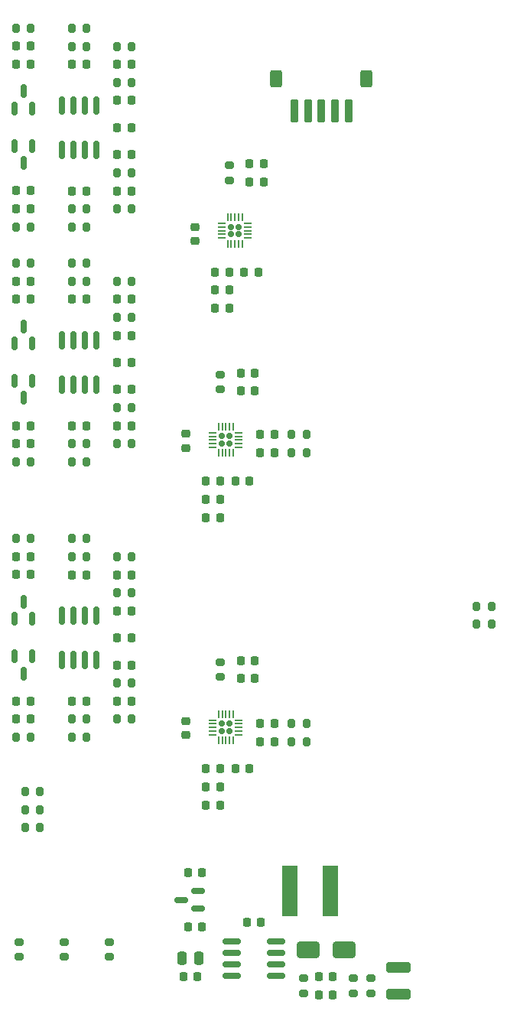
<source format=gbr>
%TF.GenerationSoftware,KiCad,Pcbnew,7.0.2*%
%TF.CreationDate,2025-02-14T16:13:01+00:00*%
%TF.ProjectId,body,626f6479-2e6b-4696-9361-645f70636258,rev?*%
%TF.SameCoordinates,Original*%
%TF.FileFunction,Paste,Top*%
%TF.FilePolarity,Positive*%
%FSLAX46Y46*%
G04 Gerber Fmt 4.6, Leading zero omitted, Abs format (unit mm)*
G04 Created by KiCad (PCBNEW 7.0.2) date 2025-02-14 16:13:01*
%MOMM*%
%LPD*%
G01*
G04 APERTURE LIST*
G04 Aperture macros list*
%AMRoundRect*
0 Rectangle with rounded corners*
0 $1 Rounding radius*
0 $2 $3 $4 $5 $6 $7 $8 $9 X,Y pos of 4 corners*
0 Add a 4 corners polygon primitive as box body*
4,1,4,$2,$3,$4,$5,$6,$7,$8,$9,$2,$3,0*
0 Add four circle primitives for the rounded corners*
1,1,$1+$1,$2,$3*
1,1,$1+$1,$4,$5*
1,1,$1+$1,$6,$7*
1,1,$1+$1,$8,$9*
0 Add four rect primitives between the rounded corners*
20,1,$1+$1,$2,$3,$4,$5,0*
20,1,$1+$1,$4,$5,$6,$7,0*
20,1,$1+$1,$6,$7,$8,$9,0*
20,1,$1+$1,$8,$9,$2,$3,0*%
G04 Aperture macros list end*
%ADD10RoundRect,0.200000X-0.200000X-0.275000X0.200000X-0.275000X0.200000X0.275000X-0.200000X0.275000X0*%
%ADD11RoundRect,0.225000X-0.225000X-0.250000X0.225000X-0.250000X0.225000X0.250000X-0.225000X0.250000X0*%
%ADD12RoundRect,0.200000X0.275000X-0.200000X0.275000X0.200000X-0.275000X0.200000X-0.275000X-0.200000X0*%
%ADD13RoundRect,0.225000X0.225000X0.250000X-0.225000X0.250000X-0.225000X-0.250000X0.225000X-0.250000X0*%
%ADD14RoundRect,0.250000X0.250000X0.475000X-0.250000X0.475000X-0.250000X-0.475000X0.250000X-0.475000X0*%
%ADD15RoundRect,0.218750X0.218750X0.256250X-0.218750X0.256250X-0.218750X-0.256250X0.218750X-0.256250X0*%
%ADD16RoundRect,0.200000X0.200000X0.275000X-0.200000X0.275000X-0.200000X-0.275000X0.200000X-0.275000X0*%
%ADD17RoundRect,0.225000X0.250000X-0.225000X0.250000X0.225000X-0.250000X0.225000X-0.250000X-0.225000X0*%
%ADD18RoundRect,0.250000X-1.100000X0.325000X-1.100000X-0.325000X1.100000X-0.325000X1.100000X0.325000X0*%
%ADD19RoundRect,0.167500X0.167500X-0.167500X0.167500X0.167500X-0.167500X0.167500X-0.167500X-0.167500X0*%
%ADD20RoundRect,0.050000X0.050000X-0.375000X0.050000X0.375000X-0.050000X0.375000X-0.050000X-0.375000X0*%
%ADD21RoundRect,0.050000X0.375000X-0.050000X0.375000X0.050000X-0.375000X0.050000X-0.375000X-0.050000X0*%
%ADD22RoundRect,0.150000X-0.150000X0.825000X-0.150000X-0.825000X0.150000X-0.825000X0.150000X0.825000X0*%
%ADD23RoundRect,0.200000X-0.275000X0.200000X-0.275000X-0.200000X0.275000X-0.200000X0.275000X0.200000X0*%
%ADD24RoundRect,0.150000X0.587500X0.150000X-0.587500X0.150000X-0.587500X-0.150000X0.587500X-0.150000X0*%
%ADD25RoundRect,0.150000X-0.150000X0.587500X-0.150000X-0.587500X0.150000X-0.587500X0.150000X0.587500X0*%
%ADD26RoundRect,0.150000X0.150000X-0.587500X0.150000X0.587500X-0.150000X0.587500X-0.150000X-0.587500X0*%
%ADD27RoundRect,0.150000X-0.825000X-0.150000X0.825000X-0.150000X0.825000X0.150000X-0.825000X0.150000X0*%
%ADD28RoundRect,0.250000X-1.000000X-0.650000X1.000000X-0.650000X1.000000X0.650000X-1.000000X0.650000X0*%
%ADD29R,1.700000X5.700000*%
%ADD30RoundRect,0.212500X0.212500X1.087500X-0.212500X1.087500X-0.212500X-1.087500X0.212500X-1.087500X0*%
%ADD31RoundRect,0.216667X0.433333X0.733333X-0.433333X0.733333X-0.433333X-0.733333X0.433333X-0.733333X0*%
G04 APERTURE END LIST*
D10*
%TO.C,R32*%
X113175000Y-83000000D03*
X114825000Y-83000000D03*
%TD*%
D11*
%TO.C,C6*%
X124400000Y-109509999D03*
X125950000Y-109509999D03*
%TD*%
D12*
%TO.C,R11*%
X118500000Y-137825000D03*
X118500000Y-136175000D03*
%TD*%
D13*
%TO.C,C53*%
X140000000Y-62000000D03*
X138450000Y-62000000D03*
%TD*%
D12*
%TO.C,R45*%
X136820000Y-51825000D03*
X136820000Y-50175000D03*
%TD*%
D14*
%TO.C,C56*%
X133450000Y-138000000D03*
X131550000Y-138000000D03*
%TD*%
D10*
%TO.C,R42*%
X113175000Y-57000000D03*
X114825000Y-57000000D03*
%TD*%
D13*
%TO.C,C51*%
X140595000Y-52000000D03*
X139045000Y-52000000D03*
%TD*%
D15*
%TO.C,FB3*%
X136787500Y-66000000D03*
X135212500Y-66000000D03*
%TD*%
D16*
%TO.C,R15*%
X121000000Y-93509999D03*
X119350000Y-93509999D03*
%TD*%
D11*
%TO.C,C13*%
X113225000Y-111500000D03*
X114775000Y-111500000D03*
%TD*%
D16*
%TO.C,R8*%
X115825000Y-121510000D03*
X114175000Y-121510000D03*
%TD*%
D11*
%TO.C,C34*%
X113225000Y-37000000D03*
X114775000Y-37000000D03*
%TD*%
%TO.C,C15*%
X113225000Y-109499999D03*
X114775000Y-109499999D03*
%TD*%
%TO.C,C3*%
X140225000Y-80000000D03*
X141775000Y-80000000D03*
%TD*%
%TO.C,C10*%
X119400000Y-109509999D03*
X120950000Y-109509999D03*
%TD*%
%TO.C,C30*%
X124400000Y-49009999D03*
X125950000Y-49009999D03*
%TD*%
D16*
%TO.C,R6*%
X145325000Y-112000000D03*
X143675000Y-112000000D03*
%TD*%
D10*
%TO.C,R38*%
X119350000Y-57009999D03*
X121000000Y-57009999D03*
%TD*%
D17*
%TO.C,C52*%
X133000000Y-58550000D03*
X133000000Y-57000000D03*
%TD*%
D11*
%TO.C,C33*%
X124400000Y-46009999D03*
X125950000Y-46009999D03*
%TD*%
D10*
%TO.C,R22*%
X113175000Y-113500000D03*
X114825000Y-113500000D03*
%TD*%
D13*
%TO.C,C57*%
X140275000Y-134000000D03*
X138725000Y-134000000D03*
%TD*%
%TO.C,C60*%
X133775000Y-134500000D03*
X132225000Y-134500000D03*
%TD*%
D16*
%TO.C,R25*%
X121000000Y-63009999D03*
X119350000Y-63009999D03*
%TD*%
D11*
%TO.C,C20*%
X119400000Y-65009998D03*
X120950000Y-65009998D03*
%TD*%
D12*
%TO.C,R10*%
X113500000Y-137825000D03*
X113500000Y-136175000D03*
%TD*%
D18*
%TO.C,C63*%
X155500000Y-139025000D03*
X155500000Y-141975000D03*
%TD*%
D13*
%TO.C,C49*%
X135775000Y-85180000D03*
X134225000Y-85180000D03*
%TD*%
D16*
%TO.C,R26*%
X121000000Y-61009999D03*
X119350000Y-61009999D03*
%TD*%
D10*
%TO.C,R17*%
X119350000Y-111509999D03*
X121000000Y-111509999D03*
%TD*%
D13*
%TO.C,C55*%
X136775000Y-62000000D03*
X135225000Y-62000000D03*
%TD*%
D19*
%TO.C,U5*%
X136000000Y-112820000D03*
X136820000Y-112820000D03*
X136000000Y-112000000D03*
X136820000Y-112000000D03*
D20*
X135610000Y-113860000D03*
X136010000Y-113860000D03*
X136410000Y-113860000D03*
X136810000Y-113860000D03*
X137210000Y-113860000D03*
D21*
X137860000Y-113210000D03*
X137860000Y-112810000D03*
X137860000Y-112410000D03*
X137860000Y-112010000D03*
X137860000Y-111610000D03*
D20*
X137210000Y-110960000D03*
X136810000Y-110960000D03*
X136410000Y-110960000D03*
X136010000Y-110960000D03*
X135610000Y-110960000D03*
D21*
X134960000Y-111610000D03*
X134960000Y-112010000D03*
X134960000Y-112410000D03*
X134960000Y-112810000D03*
X134960000Y-113210000D03*
%TD*%
D10*
%TO.C,R27*%
X119350000Y-81009999D03*
X121000000Y-81009999D03*
%TD*%
%TO.C,R21*%
X113175000Y-91500000D03*
X114825000Y-91500000D03*
%TD*%
D22*
%TO.C,U4*%
X122080000Y-43534999D03*
X120810000Y-43534999D03*
X119540000Y-43534999D03*
X118270000Y-43534999D03*
X118270000Y-48484999D03*
X119540000Y-48484999D03*
X120810000Y-48484999D03*
X122080000Y-48484999D03*
%TD*%
D11*
%TO.C,C17*%
X124400000Y-79009999D03*
X125950000Y-79009999D03*
%TD*%
D16*
%TO.C,R2*%
X165825000Y-99000000D03*
X164175000Y-99000000D03*
%TD*%
D10*
%TO.C,R20*%
X124350000Y-107509999D03*
X126000000Y-107509999D03*
%TD*%
D22*
%TO.C,U3*%
X122080000Y-69534999D03*
X120810000Y-69534999D03*
X119540000Y-69534999D03*
X118270000Y-69534999D03*
X118270000Y-74484999D03*
X119540000Y-74484999D03*
X120810000Y-74484999D03*
X122080000Y-74484999D03*
%TD*%
D10*
%TO.C,R24*%
X124350000Y-81009999D03*
X126000000Y-81009999D03*
%TD*%
D13*
%TO.C,C27*%
X125950000Y-39009999D03*
X124400000Y-39009999D03*
%TD*%
D11*
%TO.C,C37*%
X113225000Y-52999999D03*
X114775000Y-52999999D03*
%TD*%
%TO.C,C24*%
X113225000Y-81000000D03*
X114775000Y-81000000D03*
%TD*%
D13*
%TO.C,C62*%
X133775000Y-128500000D03*
X132225000Y-128500000D03*
%TD*%
D23*
%TO.C,R46*%
X145000000Y-140175000D03*
X145000000Y-141825000D03*
%TD*%
D11*
%TO.C,C8*%
X124400000Y-105509999D03*
X125950000Y-105509999D03*
%TD*%
%TO.C,C59*%
X146725000Y-142000000D03*
X148275000Y-142000000D03*
%TD*%
D13*
%TO.C,C45*%
X139595000Y-75180000D03*
X138045000Y-75180000D03*
%TD*%
D12*
%TO.C,R12*%
X123520000Y-137825000D03*
X123520000Y-136175000D03*
%TD*%
D24*
%TO.C,U9*%
X133375000Y-132450000D03*
X133375000Y-130550000D03*
X131500000Y-131500000D03*
%TD*%
D13*
%TO.C,C5*%
X125950000Y-95509999D03*
X124400000Y-95509999D03*
%TD*%
D11*
%TO.C,C35*%
X113225000Y-55000000D03*
X114775000Y-55000000D03*
%TD*%
%TO.C,C29*%
X124400000Y-43009999D03*
X125950000Y-43009999D03*
%TD*%
D13*
%TO.C,C54*%
X136775000Y-64000000D03*
X135225000Y-64000000D03*
%TD*%
D25*
%TO.C,D2*%
X114950000Y-104562499D03*
X113050000Y-104562499D03*
X114000000Y-106437499D03*
%TD*%
D16*
%TO.C,R36*%
X121000000Y-35009999D03*
X119350000Y-35009999D03*
%TD*%
D10*
%TO.C,R28*%
X119350000Y-83009999D03*
X121000000Y-83009999D03*
%TD*%
D19*
%TO.C,U7*%
X137000000Y-57820000D03*
X137820000Y-57820000D03*
X137000000Y-57000000D03*
X137820000Y-57000000D03*
D20*
X136610000Y-58860000D03*
X137010000Y-58860000D03*
X137410000Y-58860000D03*
X137810000Y-58860000D03*
X138210000Y-58860000D03*
D21*
X138860000Y-58210000D03*
X138860000Y-57810000D03*
X138860000Y-57410000D03*
X138860000Y-57010000D03*
X138860000Y-56610000D03*
D20*
X138210000Y-55960000D03*
X137810000Y-55960000D03*
X137410000Y-55960000D03*
X137010000Y-55960000D03*
X136610000Y-55960000D03*
D21*
X135960000Y-56610000D03*
X135960000Y-57010000D03*
X135960000Y-57410000D03*
X135960000Y-57810000D03*
X135960000Y-58210000D03*
%TD*%
D13*
%TO.C,C44*%
X139595000Y-73180000D03*
X138045000Y-73180000D03*
%TD*%
D23*
%TO.C,R47*%
X152500000Y-140175000D03*
X152500000Y-141825000D03*
%TD*%
D13*
%TO.C,C39*%
X139595000Y-107000000D03*
X138045000Y-107000000D03*
%TD*%
D11*
%TO.C,C18*%
X124400000Y-69009999D03*
X125950000Y-69009999D03*
%TD*%
D12*
%TO.C,R43*%
X135820000Y-106825000D03*
X135820000Y-105175000D03*
%TD*%
D26*
%TO.C,D1*%
X113050000Y-100374999D03*
X114950000Y-100374999D03*
X114000000Y-98499999D03*
%TD*%
D11*
%TO.C,C14*%
X113225000Y-95499999D03*
X114775000Y-95499999D03*
%TD*%
D13*
%TO.C,C16*%
X125950000Y-65009999D03*
X124400000Y-65009999D03*
%TD*%
D25*
%TO.C,D6*%
X114950000Y-48062499D03*
X113050000Y-48062499D03*
X114000000Y-49937499D03*
%TD*%
D16*
%TO.C,R33*%
X126000000Y-37009999D03*
X124350000Y-37009999D03*
%TD*%
D13*
%TO.C,C47*%
X139000000Y-85180000D03*
X137450000Y-85180000D03*
%TD*%
%TO.C,C42*%
X135775000Y-119000000D03*
X134225000Y-119000000D03*
%TD*%
D11*
%TO.C,C23*%
X113225000Y-63000000D03*
X114775000Y-63000000D03*
%TD*%
D10*
%TO.C,R18*%
X119350000Y-113509999D03*
X121000000Y-113509999D03*
%TD*%
D11*
%TO.C,C22*%
X124400000Y-72009999D03*
X125950000Y-72009999D03*
%TD*%
%TO.C,C25*%
X113225000Y-64999999D03*
X114775000Y-64999999D03*
%TD*%
D13*
%TO.C,C50*%
X140595000Y-50000000D03*
X139045000Y-50000000D03*
%TD*%
D16*
%TO.C,R16*%
X121000000Y-91509999D03*
X119350000Y-91509999D03*
%TD*%
D12*
%TO.C,R44*%
X135820000Y-75005000D03*
X135820000Y-73355000D03*
%TD*%
D19*
%TO.C,U6*%
X136000000Y-81000000D03*
X136820000Y-81000000D03*
X136000000Y-80180000D03*
X136820000Y-80180000D03*
D20*
X135610000Y-82040000D03*
X136010000Y-82040000D03*
X136410000Y-82040000D03*
X136810000Y-82040000D03*
X137210000Y-82040000D03*
D21*
X137860000Y-81390000D03*
X137860000Y-80990000D03*
X137860000Y-80590000D03*
X137860000Y-80190000D03*
X137860000Y-79790000D03*
D20*
X137210000Y-79140000D03*
X136810000Y-79140000D03*
X136410000Y-79140000D03*
X136010000Y-79140000D03*
X135610000Y-79140000D03*
D21*
X134960000Y-79790000D03*
X134960000Y-80190000D03*
X134960000Y-80590000D03*
X134960000Y-80990000D03*
X134960000Y-81390000D03*
%TD*%
D17*
%TO.C,C46*%
X132000000Y-81455000D03*
X132000000Y-79905000D03*
%TD*%
D11*
%TO.C,C31*%
X119400000Y-39009998D03*
X120950000Y-39009998D03*
%TD*%
D15*
%TO.C,FB1*%
X135787500Y-121000000D03*
X134212500Y-121000000D03*
%TD*%
D22*
%TO.C,U2*%
X122080000Y-100034999D03*
X120810000Y-100034999D03*
X119540000Y-100034999D03*
X118270000Y-100034999D03*
X118270000Y-104984999D03*
X119540000Y-104984999D03*
X120810000Y-104984999D03*
X122080000Y-104984999D03*
%TD*%
D26*
%TO.C,D3*%
X113050000Y-69874999D03*
X114950000Y-69874999D03*
X114000000Y-67999999D03*
%TD*%
D10*
%TO.C,R30*%
X124350000Y-77009999D03*
X126000000Y-77009999D03*
%TD*%
D27*
%TO.C,U8*%
X137025000Y-136095000D03*
X137025000Y-137365000D03*
X137025000Y-138635000D03*
X137025000Y-139905000D03*
X141975000Y-139905000D03*
X141975000Y-138635000D03*
X141975000Y-137365000D03*
X141975000Y-136095000D03*
%TD*%
D17*
%TO.C,C40*%
X132000000Y-113275000D03*
X132000000Y-111725000D03*
%TD*%
D26*
%TO.C,D5*%
X113050000Y-43874999D03*
X114950000Y-43874999D03*
X114000000Y-41999999D03*
%TD*%
D13*
%TO.C,C43*%
X135775000Y-117000000D03*
X134225000Y-117000000D03*
%TD*%
D11*
%TO.C,C21*%
X119400000Y-79009999D03*
X120950000Y-79009999D03*
%TD*%
D16*
%TO.C,R35*%
X121000000Y-37009999D03*
X119350000Y-37009999D03*
%TD*%
%TO.C,R7*%
X145325000Y-80000000D03*
X143675000Y-80000000D03*
%TD*%
%TO.C,R5*%
X115825000Y-119510000D03*
X114175000Y-119510000D03*
%TD*%
D10*
%TO.C,R9*%
X114175000Y-123500000D03*
X115825000Y-123500000D03*
%TD*%
%TO.C,R34*%
X124350000Y-55009999D03*
X126000000Y-55009999D03*
%TD*%
D11*
%TO.C,C4*%
X140225000Y-82000000D03*
X141775000Y-82000000D03*
%TD*%
%TO.C,C28*%
X124400000Y-53009999D03*
X125950000Y-53009999D03*
%TD*%
D16*
%TO.C,R3*%
X145325000Y-114000000D03*
X143675000Y-114000000D03*
%TD*%
D25*
%TO.C,D4*%
X114950000Y-74062499D03*
X113050000Y-74062499D03*
X114000000Y-75937499D03*
%TD*%
D10*
%TO.C,R37*%
X119350000Y-55009999D03*
X121000000Y-55009999D03*
%TD*%
D11*
%TO.C,C9*%
X119400000Y-95509998D03*
X120950000Y-95509998D03*
%TD*%
%TO.C,C12*%
X113225000Y-93500000D03*
X114775000Y-93500000D03*
%TD*%
D10*
%TO.C,R14*%
X124350000Y-111509999D03*
X126000000Y-111509999D03*
%TD*%
%TO.C,R19*%
X124350000Y-97509999D03*
X126000000Y-97509999D03*
%TD*%
D15*
%TO.C,FB2*%
X135787500Y-89180000D03*
X134212500Y-89180000D03*
%TD*%
D16*
%TO.C,R23*%
X126000000Y-63009999D03*
X124350000Y-63009999D03*
%TD*%
%TO.C,R4*%
X145325000Y-82000000D03*
X143675000Y-82000000D03*
%TD*%
D11*
%TO.C,C61*%
X146725000Y-140000000D03*
X148275000Y-140000000D03*
%TD*%
%TO.C,C26*%
X113225000Y-78999999D03*
X114775000Y-78999999D03*
%TD*%
D10*
%TO.C,R29*%
X124350000Y-67009999D03*
X126000000Y-67009999D03*
%TD*%
D11*
%TO.C,C19*%
X124400000Y-75009999D03*
X125950000Y-75009999D03*
%TD*%
%TO.C,C2*%
X140225000Y-114000000D03*
X141775000Y-114000000D03*
%TD*%
D10*
%TO.C,R31*%
X113175000Y-61000000D03*
X114825000Y-61000000D03*
%TD*%
D13*
%TO.C,C58*%
X133275000Y-140000000D03*
X131725000Y-140000000D03*
%TD*%
D10*
%TO.C,R40*%
X124350000Y-51009999D03*
X126000000Y-51009999D03*
%TD*%
D13*
%TO.C,C41*%
X139000000Y-117000000D03*
X137450000Y-117000000D03*
%TD*%
D16*
%TO.C,R13*%
X126000000Y-93509999D03*
X124350000Y-93509999D03*
%TD*%
%TO.C,R1*%
X165825000Y-101000000D03*
X164175000Y-101000000D03*
%TD*%
D11*
%TO.C,C32*%
X119400000Y-53009999D03*
X120950000Y-53009999D03*
%TD*%
D13*
%TO.C,C38*%
X139595000Y-105000000D03*
X138045000Y-105000000D03*
%TD*%
%TO.C,C48*%
X135775000Y-87180000D03*
X134225000Y-87180000D03*
%TD*%
D11*
%TO.C,C7*%
X124400000Y-99509999D03*
X125950000Y-99509999D03*
%TD*%
D23*
%TO.C,R48*%
X150500000Y-140175000D03*
X150500000Y-141825000D03*
%TD*%
D28*
%TO.C,D7*%
X145500000Y-137000000D03*
X149500000Y-137000000D03*
%TD*%
D11*
%TO.C,C36*%
X113225000Y-38999999D03*
X114775000Y-38999999D03*
%TD*%
D10*
%TO.C,R41*%
X113175000Y-35000000D03*
X114825000Y-35000000D03*
%TD*%
D11*
%TO.C,C11*%
X124400000Y-102509999D03*
X125950000Y-102509999D03*
%TD*%
%TO.C,C1*%
X140225000Y-112000000D03*
X141775000Y-112000000D03*
%TD*%
D10*
%TO.C,R39*%
X124350000Y-41009999D03*
X126000000Y-41009999D03*
%TD*%
D29*
%TO.C,L1*%
X143500000Y-130500000D03*
X148000000Y-130500000D03*
%TD*%
D30*
%TO.C,J1*%
X144000000Y-44200000D03*
X145500000Y-44200000D03*
X147000000Y-44200000D03*
X148500000Y-44200000D03*
X150000000Y-44200000D03*
D31*
X152000000Y-40600000D03*
X142000000Y-40600000D03*
%TD*%
M02*

</source>
